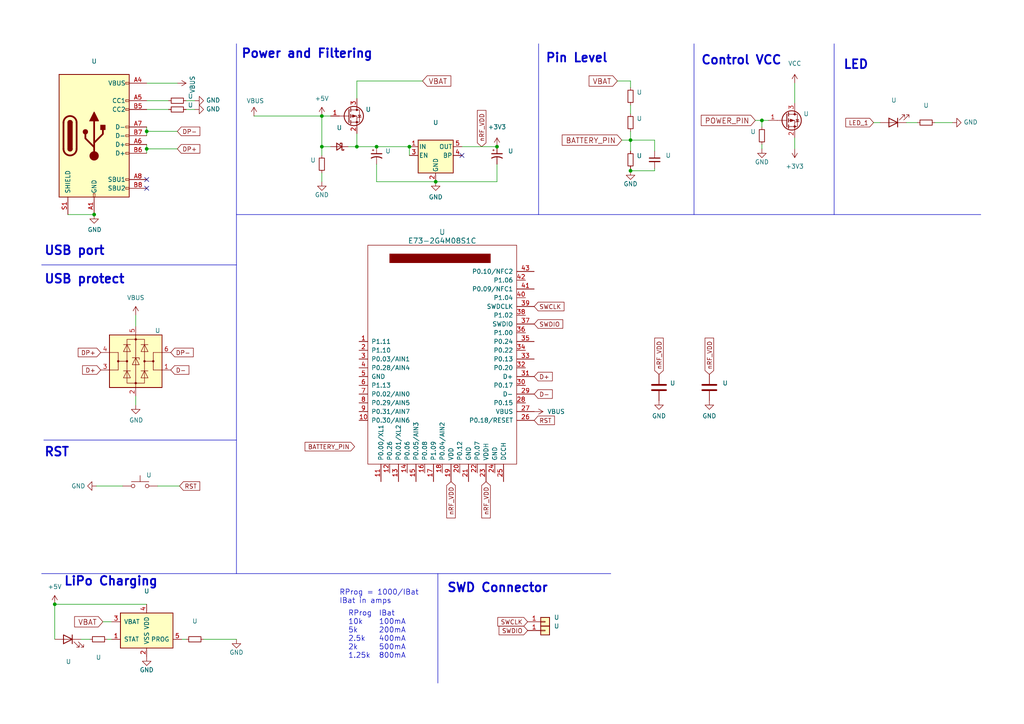
<source format=kicad_sch>
(kicad_sch (version 20220622) (generator eeschema)
  (paper "A4")
  (lib_symbols
    (symbol "Battery_Management:MCP73831-3-OT" (pin_names (offset 1.016))
      (property "Reference" "U" (at -7.62 6.35 0))
      (property "Value" "MCP73831-3-OT" (at 1.27 6.35 0))
      (symbol "MCP73831-3-OT_0_1"
        (rectangle (start -7.62 5.08) (end 7.62 -5.08) (stroke (width 0.254)) (fill (type background)))
      )
      (symbol "MCP73831-3-OT_1_1"
        (pin output line (at 10.16 -2.54 180) (length 2.54) (name "STAT") (number "1"))
        (pin power_in line (at 0 -7.62 90) (length 2.54) (name "VSS") (number "2"))
        (pin power_out line (at 10.16 2.54 180) (length 2.54) (name "VBAT") (number "3"))
        (pin power_in line (at 0 7.62 270) (length 2.54) (name "VDD") (number "4"))
        (pin input line (at -10.16 -2.54 0) (length 2.54) (name "PROG") (number "5"))
      )
    )
    (symbol "Connector:USB_C_Receptacle_USB2.0" (pin_names (offset 1.016))
      (property "Reference" "J" (at -10.16 19.05 0))
      (property "Value" "USB_C_Receptacle_USB2.0" (at 19.05 19.05 0))
      (symbol "USB_C_Receptacle_USB2.0_0_0"
        (rectangle (start -0.254 -17.78) (end 0.254 -16.764))
        (rectangle (start 10.16 -14.986) (end 9.144 -15.494))
        (rectangle (start 10.16 -12.446) (end 9.144 -12.954))
        (rectangle (start 10.16 -4.826) (end 9.144 -5.334))
        (rectangle (start 10.16 -2.286) (end 9.144 -2.794))
        (rectangle (start 10.16 0.254) (end 9.144 -0.254))
        (rectangle (start 10.16 2.794) (end 9.144 2.286))
        (rectangle (start 10.16 7.874) (end 9.144 7.366))
        (rectangle (start 10.16 10.414) (end 9.144 9.906))
        (rectangle (start 10.16 15.494) (end 9.144 14.986))
      )
      (symbol "USB_C_Receptacle_USB2.0_0_1"
        (rectangle (start -10.16 17.78) (end 10.16 -17.78) (stroke (width 0.254)) (fill (type background)))
        (arc (start -8.89 -3.81) (mid -6.985 -5.715) (end -5.08 -3.81) (stroke (width 0.508)))
        (arc (start -7.62 -3.81) (mid -6.985 -4.445) (end -6.35 -3.81) (stroke (width 0.254)))
        (arc (start -7.62 -3.81) (mid -6.985 -4.445) (end -6.35 -3.81) (stroke (width 0.254)) (fill (type outline)))
        (rectangle (start -7.62 -3.81) (end -6.35 3.81) (stroke (width 0.254)) (fill (type outline)))
        (arc (start -6.35 3.81) (mid -6.985 4.445) (end -7.62 3.81) (stroke (width 0.254)))
        (arc (start -6.35 3.81) (mid -6.985 4.445) (end -7.62 3.81) (stroke (width 0.254)) (fill (type outline)))
        (arc (start -5.08 3.81) (mid -6.985 5.715) (end -8.89 3.81) (stroke (width 0.508)))
        (circle (center -2.54 1.143) (radius 0.635) (stroke (width 0.254)) (fill (type outline)))
        (circle (center 0 -5.842) (radius 1.27) (fill (type outline)))
        (polyline (pts (xy -8.89 -3.81) (xy -8.89 3.81)) (stroke (width 0.508)))
        (polyline (pts (xy -5.08 3.81) (xy -5.08 -3.81)) (stroke (width 0.508)))
        (polyline (pts (xy 0 -5.842) (xy 0 4.318)) (stroke (width 0.508)))
        (polyline (pts (xy 0 -3.302) (xy -2.54 -0.762) (xy -2.54 0.508)) (stroke (width 0.508)))
        (polyline (pts (xy 0 -2.032) (xy 2.54 0.508) (xy 2.54 1.778)) (stroke (width 0.508)))
        (polyline (pts (xy -1.27 4.318) (xy 0 6.858) (xy 1.27 4.318) (xy -1.27 4.318)) (stroke (width 0.254)) (fill (type outline)))
        (rectangle (start 1.905 1.778) (end 3.175 3.048) (stroke (width 0.254)) (fill (type outline)))
      )
      (symbol "USB_C_Receptacle_USB2.0_1_1"
        (pin passive line (at 0 -22.86 90) (length 5.08) (name "GND") (number "A1"))
        (pin passive line (at 0 -22.86 90) (length 5.08) hide (name "GND") (number "A12"))
        (pin passive line (at 15.24 15.24 180) (length 5.08) (name "VBUS") (number "A4"))
        (pin bidirectional line (at 15.24 10.16 180) (length 5.08) (name "CC1") (number "A5"))
        (pin bidirectional line (at 15.24 -2.54 180) (length 5.08) (name "D+") (number "A6"))
        (pin bidirectional line (at 15.24 2.54 180) (length 5.08) (name "D-") (number "A7"))
        (pin bidirectional line (at 15.24 -12.7 180) (length 5.08) (name "SBU1") (number "A8"))
        (pin passive line (at 15.24 15.24 180) (length 5.08) hide (name "VBUS") (number "A9"))
        (pin passive line (at 0 -22.86 90) (length 5.08) hide (name "GND") (number "B1"))
        (pin passive line (at 0 -22.86 90) (length 5.08) hide (name "GND") (number "B12"))
        (pin passive line (at 15.24 15.24 180) (length 5.08) hide (name "VBUS") (number "B4"))
        (pin bidirectional line (at 15.24 7.62 180) (length 5.08) (name "CC2") (number "B5"))
        (pin bidirectional line (at 15.24 -5.08 180) (length 5.08) (name "D+") (number "B6"))
        (pin bidirectional line (at 15.24 0 180) (length 5.08) (name "D-") (number "B7"))
        (pin bidirectional line (at 15.24 -15.24 180) (length 5.08) (name "SBU2") (number "B8"))
        (pin passive line (at 15.24 15.24 180) (length 5.08) hide (name "VBUS") (number "B9"))
        (pin passive line (at -7.62 -22.86 90) (length 5.08) (name "SHIELD") (number "S1"))
      )
    )
    (symbol "Connector_Generic:Conn_01x01" (pin_names (offset 1.016) hide)
      (property "Reference" "J" (at 0 2.54 0))
      (property "Value" "Conn_01x01" (at 0 -2.54 0))
      (symbol "Conn_01x01_1_1"
        (rectangle (start -1.27 0.127) (end 0 -0.127) (stroke (width 0.1524)))
        (rectangle (start -1.27 1.27) (end 1.27 -1.27) (stroke (width 0.254)) (fill (type background)))
        (pin passive line (at -5.08 0 0) (length 3.81) (name "Pin_1") (number "1"))
      )
    )
    (symbol "Device:C" (pin_numbers hide) (pin_names (offset 0.254))
      (property "Reference" "C" (at 0.635 2.54 0))
      (property "Value" "C" (at 0.635 -2.54 0))
      (symbol "C_0_1"
        (polyline (pts (xy -2.032 -0.762) (xy 2.032 -0.762)) (stroke (width 0.508)))
        (polyline (pts (xy -2.032 0.762) (xy 2.032 0.762)) (stroke (width 0.508)))
      )
      (symbol "C_1_1"
        (pin passive line (at 0 3.81 270) (length 2.794) (name "~") (number "1"))
        (pin passive line (at 0 -3.81 90) (length 2.794) (name "~") (number "2"))
      )
    )
    (symbol "Device:C_Polarized_Small_US" (pin_numbers hide) (pin_names (offset 0.254) hide)
      (property "Reference" "C" (at 0.254 1.778 0))
      (property "Value" "C_Polarized_Small_US" (at 0.254 -2.032 0))
      (symbol "C_Polarized_Small_US_0_1"
        (polyline (pts (xy -1.524 0.508) (xy 1.524 0.508)) (stroke (width 0.3048)))
        (polyline (pts (xy -1.27 1.524) (xy -0.762 1.524)))
        (polyline (pts (xy -1.016 1.27) (xy -1.016 1.778)))
        (arc (start 1.524 -0.762) (mid 0 -0.3734) (end -1.524 -0.762) (stroke (width 0.3048)))
      )
      (symbol "C_Polarized_Small_US_1_1"
        (pin passive line (at 0 2.54 270) (length 2.032) (name "~") (number "1"))
        (pin passive line (at 0 -2.54 90) (length 2.032) (name "~") (number "2"))
      )
    )
    (symbol "Device:C_Small" (pin_numbers hide) (pin_names (offset 0.254) hide)
      (property "Reference" "C" (at 0.254 1.778 0))
      (property "Value" "C_Small" (at 0.254 -2.032 0))
      (symbol "C_Small_0_1"
        (polyline (pts (xy -1.524 -0.508) (xy 1.524 -0.508)) (stroke (width 0.3302)))
        (polyline (pts (xy -1.524 0.508) (xy 1.524 0.508)) (stroke (width 0.3048)))
      )
      (symbol "C_Small_1_1"
        (pin passive line (at 0 2.54 270) (length 2.032) (name "~") (number "1"))
        (pin passive line (at 0 -2.54 90) (length 2.032) (name "~") (number "2"))
      )
    )
    (symbol "Device:D_Schottky_Small" (pin_numbers hide) (pin_names (offset 0.254) hide)
      (property "Reference" "D" (at -1.27 2.032 0))
      (property "Value" "D_Schottky_Small" (at -7.112 -2.032 0))
      (symbol "D_Schottky_Small_0_1"
        (polyline (pts (xy -0.762 0) (xy 0.762 0)))
        (polyline (pts (xy 0.762 -1.016) (xy -0.762 0) (xy 0.762 1.016) (xy 0.762 -1.016)) (stroke (width 0.254)))
        (polyline (pts (xy -1.27 0.762) (xy -1.27 1.016) (xy -0.762 1.016) (xy -0.762 -1.016) (xy -0.254 -1.016) (xy -0.254 -0.762)) (stroke (width 0.254)))
      )
      (symbol "D_Schottky_Small_1_1"
        (pin passive line (at -2.54 0 0) (length 1.778) (name "K") (number "1"))
        (pin passive line (at 2.54 0 180) (length 1.778) (name "A") (number "2"))
      )
    )
    (symbol "Device:LED" (pin_numbers hide) (pin_names (offset 1.016) hide)
      (property "Reference" "D" (at 0 2.54 0))
      (property "Value" "LED" (at 0 -2.54 0))
      (symbol "LED_0_1"
        (polyline (pts (xy -1.27 -1.27) (xy -1.27 1.27)) (stroke (width 0.254)))
        (polyline (pts (xy -1.27 0) (xy 1.27 0)))
        (polyline (pts (xy 1.27 -1.27) (xy 1.27 1.27) (xy -1.27 0) (xy 1.27 -1.27)) (stroke (width 0.254)))
        (polyline (pts (xy -3.048 -0.762) (xy -4.572 -2.286) (xy -3.81 -2.286) (xy -4.572 -2.286) (xy -4.572 -1.524)))
        (polyline (pts (xy -1.778 -0.762) (xy -3.302 -2.286) (xy -2.54 -2.286) (xy -3.302 -2.286) (xy -3.302 -1.524)))
      )
      (symbol "LED_1_1"
        (pin passive line (at -3.81 0 0) (length 2.54) (name "K") (number "1"))
        (pin passive line (at 3.81 0 180) (length 2.54) (name "A") (number "2"))
      )
    )
    (symbol "Device:Q_PMOS_GSD" (pin_names (offset 0) hide)
      (property "Reference" "Q" (at 5.08 1.27 0))
      (property "Value" "Q_PMOS_GSD" (at 5.08 -1.27 0))
      (symbol "Q_PMOS_GSD_0_1"
        (polyline (pts (xy 0.254 0) (xy -2.54 0)))
        (polyline (pts (xy 0.254 1.905) (xy 0.254 -1.905)) (stroke (width 0.254)))
        (polyline (pts (xy 0.762 -1.27) (xy 0.762 -2.286)) (stroke (width 0.254)))
        (polyline (pts (xy 0.762 0.508) (xy 0.762 -0.508)) (stroke (width 0.254)))
        (polyline (pts (xy 0.762 2.286) (xy 0.762 1.27)) (stroke (width 0.254)))
        (polyline (pts (xy 2.54 2.54) (xy 2.54 1.778)))
        (polyline (pts (xy 2.54 -2.54) (xy 2.54 0) (xy 0.762 0)))
        (polyline (pts (xy 0.762 1.778) (xy 3.302 1.778) (xy 3.302 -1.778) (xy 0.762 -1.778)))
        (polyline (pts (xy 2.286 0) (xy 1.27 0.381) (xy 1.27 -0.381) (xy 2.286 0)) (fill (type outline)))
        (polyline (pts (xy 2.794 -0.508) (xy 2.921 -0.381) (xy 3.683 -0.381) (xy 3.81 -0.254)))
        (polyline (pts (xy 3.302 -0.381) (xy 2.921 0.254) (xy 3.683 0.254) (xy 3.302 -0.381)))
        (circle (center 1.651 0) (radius 2.794) (stroke (width 0.254)))
        (circle (center 2.54 -1.778) (radius 0.254) (fill (type outline)))
        (circle (center 2.54 1.778) (radius 0.254) (fill (type outline)))
      )
      (symbol "Q_PMOS_GSD_1_1"
        (pin input line (at -5.08 0 0) (length 2.54) (name "G") (number "1"))
        (pin passive line (at 2.54 -5.08 90) (length 2.54) (name "S") (number "2"))
        (pin passive line (at 2.54 5.08 270) (length 2.54) (name "D") (number "3"))
      )
    )
    (symbol "Device:R_Small" (pin_numbers hide) (pin_names (offset 0.254) hide)
      (property "Reference" "R" (at 0.762 0.508 0))
      (property "Value" "R_Small" (at 0.762 -1.016 0))
      (symbol "R_Small_0_1"
        (rectangle (start -0.762 1.778) (end 0.762 -1.778) (stroke (width 0.2032)))
      )
      (symbol "R_Small_1_1"
        (pin passive line (at 0 2.54 270) (length 0.762) (name "~") (number "1"))
        (pin passive line (at 0 -2.54 90) (length 0.762) (name "~") (number "2"))
      )
    )
    (symbol "Power_Protection:USBLC6-2SC6" (pin_names hide)
      (property "Reference" "U" (at 2.54 8.89 0))
      (property "Value" "USBLC6-2SC6" (at 2.54 -8.89 0))
      (symbol "USBLC6-2SC6_0_1"
        (rectangle (start -7.62 -7.62) (end 7.62 7.62) (stroke (width 0.254)) (fill (type background)))
        (circle (center -5.08 0) (radius 0.254) (fill (type outline)))
        (circle (center -2.54 0) (radius 0.254) (fill (type outline)))
        (rectangle (start -2.54 6.35) (end 2.54 -6.35))
        (circle (center 0 -6.35) (radius 0.254) (fill (type outline)))
        (polyline (pts (xy -5.08 -2.54) (xy -7.62 -2.54)))
        (polyline (pts (xy -5.08 0) (xy -5.08 -2.54)))
        (polyline (pts (xy -5.08 2.54) (xy -7.62 2.54)))
        (polyline (pts (xy -1.524 -2.794) (xy -3.556 -2.794)))
        (polyline (pts (xy -1.524 4.826) (xy -3.556 4.826)))
        (polyline (pts (xy 0 -7.62) (xy 0 -6.35)))
        (polyline (pts (xy 0 -6.35) (xy 0 1.27)))
        (polyline (pts (xy 0 1.27) (xy 0 6.35)))
        (polyline (pts (xy 0 6.35) (xy 0 7.62)))
        (polyline (pts (xy 1.524 -2.794) (xy 3.556 -2.794)))
        (polyline (pts (xy 1.524 4.826) (xy 3.556 4.826)))
        (polyline (pts (xy 5.08 -2.54) (xy 7.62 -2.54)))
        (polyline (pts (xy 5.08 0) (xy 5.08 -2.54)))
        (polyline (pts (xy 5.08 2.54) (xy 7.62 2.54)))
        (polyline (pts (xy -2.54 0) (xy -5.08 0) (xy -5.08 2.54)))
        (polyline (pts (xy 2.54 0) (xy 5.08 0) (xy 5.08 2.54)))
        (polyline (pts (xy -3.556 -4.826) (xy -1.524 -4.826) (xy -2.54 -2.794) (xy -3.556 -4.826)))
        (polyline (pts (xy -3.556 2.794) (xy -1.524 2.794) (xy -2.54 4.826) (xy -3.556 2.794)))
        (polyline (pts (xy -1.016 -1.016) (xy 1.016 -1.016) (xy 0 1.016) (xy -1.016 -1.016)))
        (polyline (pts (xy 1.016 1.016) (xy 0.762 1.016) (xy -1.016 1.016) (xy -1.016 0.508)))
        (polyline (pts (xy 3.556 -4.826) (xy 1.524 -4.826) (xy 2.54 -2.794) (xy 3.556 -4.826)))
        (polyline (pts (xy 3.556 2.794) (xy 1.524 2.794) (xy 2.54 4.826) (xy 3.556 2.794)))
        (circle (center 0 6.35) (radius 0.254) (fill (type outline)))
        (circle (center 2.54 0) (radius 0.254) (fill (type outline)))
        (circle (center 5.08 0) (radius 0.254) (fill (type outline)))
      )
      (symbol "USBLC6-2SC6_1_1"
        (pin passive line (at -10.16 -2.54 0) (length 2.54) (name "I/O1") (number "1"))
        (pin passive line (at 0 -10.16 90) (length 2.54) (name "GND") (number "2"))
        (pin passive line (at 10.16 -2.54 180) (length 2.54) (name "I/O2") (number "3"))
        (pin passive line (at 10.16 2.54 180) (length 2.54) (name "I/O2") (number "4"))
        (pin passive line (at 0 10.16 270) (length 2.54) (name "VBUS") (number "5"))
        (pin passive line (at -10.16 2.54 0) (length 2.54) (name "I/O1") (number "6"))
      )
    )
    (symbol "Regulator_Linear:MIC5219-3.3YM5" (pin_names (offset 0.254))
      (property "Reference" "U" (at -3.81 5.715 0))
      (property "Value" "MIC5219-3.3YM5" (at 0 5.715 0))
      (symbol "MIC5219-3.3YM5_0_1"
        (rectangle (start -5.08 4.445) (end 5.08 -5.08) (stroke (width 0.254)) (fill (type background)))
      )
      (symbol "MIC5219-3.3YM5_1_1"
        (pin power_in line (at -7.62 2.54 0) (length 2.54) (name "IN") (number "1"))
        (pin power_in line (at 0 -7.62 90) (length 2.54) (name "GND") (number "2"))
        (pin input line (at -7.62 0 0) (length 2.54) (name "EN") (number "3"))
        (pin input line (at 7.62 0 180) (length 2.54) (name "BP") (number "4"))
        (pin power_out line (at 7.62 2.54 180) (length 2.54) (name "OUT") (number "5"))
      )
    )
    (symbol "Switch:SW_Push" (pin_numbers hide) (pin_names (offset 1.016) hide)
      (property "Reference" "SW" (at 1.27 2.54 0))
      (property "Value" "SW_Push" (at 0 -1.524 0))
      (symbol "SW_Push_0_1"
        (circle (center -2.032 0) (radius 0.508))
        (polyline (pts (xy 0 1.27) (xy 0 3.048)))
        (polyline (pts (xy 2.54 1.27) (xy -2.54 1.27)))
        (circle (center 2.032 0) (radius 0.508))
        (pin passive line (at -5.08 0 0) (length 2.54) (name "1") (number "1"))
        (pin passive line (at 5.08 0 180) (length 2.54) (name "2") (number "2"))
      )
    )
    (symbol "keeb_parts:R_Small" (pin_numbers hide) (pin_names (offset 0.254) hide)
      (property "Reference" "R" (at 0.762 0.508 0))
      (property "Value" "keeb_parts_R_Small" (at 0.762 -1.016 0))
      (symbol "R_Small_0_1"
        (rectangle (start -0.762 1.778) (end 0.762 -1.778) (stroke (width 0.2032)))
      )
      (symbol "R_Small_1_1"
        (pin passive line (at 0 2.54 270) (length 0.762) (name "~") (number "1"))
        (pin passive line (at 0 -2.54 90) (length 0.762) (name "~") (number "2"))
      )
    )
    (symbol "keeb_power:GND" (power) (pin_names (offset 0))
      (property "Value" "keeb_power_GND" (at 0 -3.81 0))
      (symbol "GND_0_1"
        (polyline (pts (xy 0 0) (xy 0 -1.27) (xy 1.27 -1.27) (xy 0 -2.54) (xy -1.27 -1.27) (xy 0 -1.27)))
      )
      (symbol "GND_1_1"
        (pin power_in line (at 0 0 270) (length 0) hide (name "GND") (number "1"))
      )
    )
    (symbol "keeb_power:VBUS" (power) (pin_names (offset 0))
      (property "Value" "keeb_power_VBUS" (at 0 3.81 0))
      (symbol "VBUS_0_1"
        (polyline (pts (xy -0.762 1.27) (xy 0 2.54)))
        (polyline (pts (xy 0 0) (xy 0 2.54)))
        (polyline (pts (xy 0 2.54) (xy 0.762 1.27)))
      )
      (symbol "VBUS_1_1"
        (pin power_in line (at 0 0 90) (length 0) hide (name "VBUS") (number "1"))
      )
    )
    (symbol "kien242:E73-2G4M08S1C" (pin_names (offset 1.016))
      (property "Reference" "U" (at 0 15.24 0))
      (property "Value" "E73-2G4M08S1C" (at -1.27 17.78 0))
      (symbol "E73-2G4M08S1C_0_1"
        (rectangle (start -15.24 30.48) (end 13.97 27.94) (fill (type outline)))
        (rectangle (start 21.59 -30.48) (end -21.59 33.02))
      )
      (symbol "E73-2G4M08S1C_1_1"
        (pin input line (at -24.13 5.08 0) (length 2.54) (name "P1.11") (number "1"))
        (pin input line (at -24.13 -17.78 0) (length 2.54) (name "P0.30/AIN6") (number "10"))
        (pin input line (at -17.78 -35.56 90) (length 5.08) (name "P0.00/XL1") (number "11"))
        (pin input line (at -15.24 -33.02 90) (length 2.54) (name "P0.26") (number "12"))
        (pin input line (at -12.7 -35.56 90) (length 5.08) (name "P0.01/XL2") (number "13"))
        (pin input line (at -10.16 -33.02 90) (length 2.54) (name "P0.06") (number "14"))
        (pin input line (at -7.62 -35.56 90) (length 5.08) (name "P0.05/AIN3") (number "15"))
        (pin input line (at -5.08 -33.02 90) (length 2.54) (name "P0.08") (number "16"))
        (pin input line (at -2.54 -35.56 90) (length 5.08) (name "P1.09") (number "17"))
        (pin input line (at 0 -33.02 90) (length 2.54) (name "P0.04/AIN2") (number "18"))
        (pin input line (at 2.54 -35.56 90) (length 5.08) (name "VDD") (number "19"))
        (pin input line (at -24.13 2.54 0) (length 2.54) (name "P1.10") (number "2"))
        (pin input line (at 5.08 -33.02 90) (length 2.54) (name "P0.12") (number "20"))
        (pin input line (at 7.62 -35.56 90) (length 5.08) (name "GND") (number "21"))
        (pin input line (at 10.16 -33.02 90) (length 2.54) (name "P0.07") (number "22"))
        (pin input line (at 12.7 -35.56 90) (length 5.08) (name "VDDH") (number "23"))
        (pin input line (at 15.24 -33.02 90) (length 2.54) (name "GND") (number "24"))
        (pin input line (at 17.78 -35.56 90) (length 5.08) (name "DCCH") (number "25"))
        (pin input line (at 26.67 -17.78 180) (length 5.08) (name "P0.18/RESET") (number "26"))
        (pin input line (at 26.67 -15.24 180) (length 5.08) (name "VBUS") (number "27"))
        (pin input line (at 24.13 -12.7 180) (length 2.54) (name "P0.15") (number "28"))
        (pin input line (at 26.67 -10.16 180) (length 5.08) (name "D-") (number "29"))
        (pin input line (at -24.13 0 0) (length 2.54) (name "P0.03/AIN1") (number "3"))
        (pin input line (at 24.13 -7.62 180) (length 2.54) (name "P0.17") (number "30"))
        (pin input line (at 26.67 -5.08 180) (length 5.08) (name "D+") (number "31"))
        (pin input line (at 24.13 -2.54 180) (length 2.54) (name "P0.20") (number "32"))
        (pin input line (at 26.67 0 180) (length 5.08) (name "P0.13") (number "33"))
        (pin input line (at 24.13 2.54 180) (length 2.54) (name "P0.22") (number "34"))
        (pin input line (at 26.67 5.08 180) (length 5.08) (name "P0.24") (number "35"))
        (pin input line (at 24.13 7.62 180) (length 2.54) (name "P1.00") (number "36"))
        (pin input line (at 26.67 10.16 180) (length 5.08) (name "SWDIO") (number "37"))
        (pin input line (at 24.13 12.7 180) (length 2.54) (name "P1.02") (number "38"))
        (pin input line (at 26.67 15.24 180) (length 5.08) (name "SWDCLK") (number "39"))
        (pin input line (at -24.13 -2.54 0) (length 2.54) (name "P0.28/AIN4") (number "4"))
        (pin input line (at 24.13 17.78 180) (length 2.54) (name "P1.04") (number "40"))
        (pin input line (at 26.67 20.32 180) (length 5.08) (name "P0.09/NFC1") (number "41"))
        (pin input line (at 24.13 22.86 180) (length 2.54) (name "P1.06") (number "42"))
        (pin input line (at 26.67 25.4 180) (length 5.08) (name "P0.10/NFC2") (number "43"))
        (pin input line (at -24.13 -5.08 0) (length 2.54) (name "GND") (number "5"))
        (pin input line (at -24.13 -7.62 0) (length 2.54) (name "P1.13") (number "6"))
        (pin input line (at -24.13 -10.16 0) (length 2.54) (name "P0.02/AIN0") (number "7"))
        (pin input line (at -24.13 -12.7 0) (length 2.54) (name "P0.29/AIN5") (number "8"))
        (pin input line (at -24.13 -15.24 0) (length 2.54) (name "P0.31/AIN7") (number "9"))
      )
    )
    (symbol "power:+3.3V" (power) (pin_names (offset 0))
      (property "Value" "+3.3V" (at 0 3.556 0))
      (symbol "+3.3V_0_1"
        (polyline (pts (xy -0.762 1.27) (xy 0 2.54)))
        (polyline (pts (xy 0 0) (xy 0 2.54)))
        (polyline (pts (xy 0 2.54) (xy 0.762 1.27)))
      )
      (symbol "+3.3V_1_1"
        (pin power_in line (at 0 0 90) (length 0) hide (name "+3V3") (number "1"))
      )
    )
    (symbol "power:+5V" (power) (pin_names (offset 0))
      (property "Value" "+5V" (at 0 3.556 0))
      (symbol "+5V_0_1"
        (polyline (pts (xy -0.762 1.27) (xy 0 2.54)))
        (polyline (pts (xy 0 0) (xy 0 2.54)))
        (polyline (pts (xy 0 2.54) (xy 0.762 1.27)))
      )
      (symbol "+5V_1_1"
        (pin power_in line (at 0 0 90) (length 0) hide (name "+5V") (number "1"))
      )
    )
    (symbol "power:GND" (power) (pin_names (offset 0))
      (property "Value" "GND" (at 0 -3.81 0))
      (symbol "GND_0_1"
        (polyline (pts (xy 0 0) (xy 0 -1.27) (xy 1.27 -1.27) (xy 0 -2.54) (xy -1.27 -1.27) (xy 0 -1.27)))
      )
      (symbol "GND_1_1"
        (pin power_in line (at 0 0 270) (length 0) hide (name "GND") (number "1"))
      )
    )
    (symbol "power:VBUS" (power) (pin_names (offset 0))
      (property "Value" "VBUS" (at 0 3.81 0))
      (symbol "VBUS_0_1"
        (polyline (pts (xy -0.762 1.27) (xy 0 2.54)))
        (polyline (pts (xy 0 0) (xy 0 2.54)))
        (polyline (pts (xy 0 2.54) (xy 0.762 1.27)))
      )
      (symbol "VBUS_1_1"
        (pin power_in line (at 0 0 90) (length 0) hide (name "VBUS") (number "1"))
      )
    )
    (symbol "power:VCC" (power) (pin_names (offset 0))
      (property "Value" "VCC" (at 0 3.81 0))
      (symbol "VCC_0_1"
        (polyline (pts (xy -0.762 1.27) (xy 0 2.54)))
        (polyline (pts (xy 0 0) (xy 0 2.54)))
        (polyline (pts (xy 0 2.54) (xy 0.762 1.27)))
      )
      (symbol "VCC_1_1"
        (pin power_in line (at 0 0 90) (length 0) hide (name "VCC") (number "1"))
      )
    )
  )
  (junction (at 118.745 42.545))
  (junction (at 126.365 52.705))
  (junction (at 42.545 38.1))
  (junction (at 93.345 33.655) (diameter 0.9144))
  (junction (at 93.345 42.545) (diameter 0.9144))
  (junction (at 109.22 42.545))
  (junction (at 182.88 49.53))
  (junction (at 103.505 42.545) (diameter 0.9144))
  (junction (at 27.305 62.23))
  (junction (at 220.98 34.925) (diameter 0.9144))
  (junction (at 15.875 175.26) (diameter 0.9144))
  (junction (at 144.145 42.545))
  (junction (at 42.545 43.18))
  (junction (at 182.88 40.64) (diameter 0.9144))
  (no_connect (at 42.545 54.61))
  (no_connect (at 133.985 45.085))
  (no_connect (at 42.545 52.07))
  (polyline (pts (xy 12.065 76.835) (xy 68.58 76.835)))
  (wire (pts (xy 27.94 140.97) (xy 35.56 140.97)))
  (wire (pts (xy 180.34 40.64) (xy 182.88 40.64)))
  (wire (pts (xy 189.865 40.64) (xy 189.865 43.815)))
  (wire (pts (xy 103.505 23.495) (xy 122.555 23.495)))
  (wire (pts (xy 118.745 42.545) (xy 118.745 45.085)))
  (wire (pts (xy 220.98 34.925) (xy 222.885 34.925)))
  (wire (pts (xy 39.37 91.44) (xy 39.37 94.615)))
  (wire (pts (xy 93.345 42.545) (xy 93.345 33.655)))
  (wire (pts (xy 53.975 29.21) (xy 56.515 29.21)))
  (wire (pts (xy 29.845 180.34) (xy 32.385 180.34)))
  (wire (pts (xy 51.435 24.13) (xy 42.545 24.13)))
  (wire (pts (xy 182.88 38.1) (xy 182.88 40.64)))
  (polyline (pts (xy 68.58 12.7) (xy 68.58 166.37)))
  (wire (pts (xy 42.545 31.75) (xy 48.895 31.75)))
  (polyline (pts (xy 241.935 12.7) (xy 241.935 62.23)))
  (wire (pts (xy 15.875 175.26) (xy 15.875 185.42)))
  (polyline (pts (xy 12.7 127.635) (xy 68.58 127.635)))
  (wire (pts (xy 133.985 42.545) (xy 144.145 42.545)))
  (wire (pts (xy 42.545 36.83) (xy 42.545 38.1)))
  (wire (pts (xy 144.145 47.625) (xy 144.145 52.705)))
  (wire (pts (xy 182.88 49.53) (xy 189.865 49.53)))
  (wire (pts (xy 42.545 29.21) (xy 48.895 29.21)))
  (wire (pts (xy 52.705 185.42) (xy 53.975 185.42)))
  (wire (pts (xy 100.965 42.545) (xy 103.505 42.545)))
  (wire (pts (xy 189.865 49.53) (xy 189.865 48.895)))
  (wire (pts (xy 73.66 33.655) (xy 93.345 33.655)))
  (wire (pts (xy 103.505 38.735) (xy 103.505 42.545)))
  (wire (pts (xy 253.365 35.56) (xy 255.27 35.56)))
  (wire (pts (xy 109.22 42.545) (xy 118.745 42.545)))
  (wire (pts (xy 23.495 185.42) (xy 26.035 185.42)))
  (wire (pts (xy 39.37 117.475) (xy 39.37 114.935)))
  (wire (pts (xy 182.88 40.64) (xy 189.865 40.64)))
  (wire (pts (xy 42.545 43.18) (xy 42.545 44.45)))
  (wire (pts (xy 59.055 185.42) (xy 68.58 185.42)))
  (wire (pts (xy 220.98 36.83) (xy 220.98 34.925)))
  (wire (pts (xy 230.505 24.13) (xy 230.505 29.845)))
  (wire (pts (xy 262.89 35.56) (xy 266.065 35.56)))
  (wire (pts (xy 93.345 42.545) (xy 95.885 42.545)))
  (wire (pts (xy 42.545 38.1) (xy 42.545 39.37)))
  (wire (pts (xy 220.98 43.18) (xy 220.98 41.91)))
  (wire (pts (xy 230.505 43.18) (xy 230.505 40.005)))
  (polyline (pts (xy 201.295 12.7) (xy 201.295 62.23)))
  (polyline (pts (xy 12.065 166.37) (xy 177.165 166.37)))
  (wire (pts (xy 56.515 31.75) (xy 53.975 31.75)))
  (wire (pts (xy 93.345 33.655) (xy 95.885 33.655)))
  (polyline (pts (xy 68.58 62.23) (xy 284.48 62.23)))
  (wire (pts (xy 182.88 30.48) (xy 182.88 33.02)))
  (wire (pts (xy 271.145 35.56) (xy 276.225 35.56)))
  (wire (pts (xy 182.88 23.495) (xy 182.88 25.4)))
  (wire (pts (xy 31.115 185.42) (xy 32.385 185.42)))
  (wire (pts (xy 179.07 23.495) (xy 182.88 23.495)))
  (polyline (pts (xy 127 166.37) (xy 127 198.12)))
  (wire (pts (xy 42.545 41.91) (xy 42.545 43.18)))
  (wire (pts (xy 109.22 47.625) (xy 109.22 52.705)))
  (polyline (pts (xy 156.21 12.7) (xy 156.21 62.23)))
  (wire (pts (xy 93.345 52.705) (xy 93.345 50.165)))
  (wire (pts (xy 42.545 43.18) (xy 51.435 43.18)))
  (wire (pts (xy 52.07 140.97) (xy 45.72 140.97)))
  (wire (pts (xy 51.435 38.1) (xy 42.545 38.1)))
  (wire (pts (xy 182.88 40.64) (xy 182.88 43.815)))
  (wire (pts (xy 103.505 42.545) (xy 109.22 42.545)))
  (wire (pts (xy 144.145 52.705) (xy 126.365 52.705)))
  (wire (pts (xy 182.88 49.53) (xy 182.88 48.895)))
  (wire (pts (xy 109.22 52.705) (xy 126.365 52.705)))
  (wire (pts (xy 103.505 23.495) (xy 103.505 28.575)))
  (wire (pts (xy 219.075 34.925) (xy 220.98 34.925)))
  (wire (pts (xy 15.875 175.26) (xy 42.545 175.26)))
  (wire (pts (xy 93.345 45.085) (xy 93.345 42.545)))
  (wire (pts (xy 19.685 62.23) (xy 27.305 62.23)))
  (text "RProg = 1000/IBat\nIBat in amps" (at 98.425 175.26 0) (effects (font (size 1.524 1.524)) (justify left bottom)))
  (text "Control VCC\n" (at 203.2 19.05 0) (effects (font (size 2.54 2.54) (thickness 0.508) bold) (justify left bottom)))
  (text "IBat\n100mA\n200mA\n400mA\n500mA\n800mA" (at 109.855 191.135 0) (effects (font (size 1.524 1.524)) (justify left bottom)))
  (text "SWD Connector" (at 129.54 172.085 0) (effects (font (size 2.54 2.54) (thickness 0.508) bold) (justify left bottom)))
  (text "RProg\n10k\n5k\n2.5k\n2k\n1.25k" (at 100.965 191.135 0) (effects (font (size 1.524 1.524)) (justify left bottom)))
  (text "USB protect\n" (at 12.7 82.55 0) (effects (font (size 2.54 2.54) (thickness 0.508) bold) (justify left bottom)))
  (text "LED \n" (at 244.475 20.32 0) (effects (font (size 2.54 2.54) (thickness 0.508) bold) (justify left bottom)))
  (text "Power and Filtering" (at 69.85 17.145 0) (effects (font (size 2.54 2.54) (thickness 0.508) bold) (justify left bottom)))
  (text "LiPo Charging\n" (at 18.415 170.18 0) (effects (font (size 2.54 2.54) (thickness 0.508) bold) (justify left bottom)))
  (text "RST" (at 12.7 132.715 0) (effects (font (size 2.54 2.54) (thickness 0.508) bold) (justify left bottom)))
  (text "USB port\n" (at 12.7 74.295 0) (effects (font (size 2.54 2.54) (thickness 0.508) bold) (justify left bottom)))
  (text "Pin Level" (at 158.115 18.415 0) (effects (font (size 2.54 2.54) (thickness 0.508) bold) (justify left bottom)))
  (global_label "DP-" (shape input) (at 49.53 102.235 0) (property "Intersheet References" "${INTERSHEET_REFS}" (effects hide)))
  (global_label "SWCLK" (shape input) (at 153.035 180.34 180) (property "Intersheet References" "${INTERSHEET_REFS}" (effects hide)))
  (global_label "nRF_VDD" (shape input) (at 191.135 108.585 90) (property "Intersheet References" "${INTERSHEET_REFS}" (effects hide)))
  (global_label "D-" (shape input) (at 49.53 107.315 0) (property "Intersheet References" "${INTERSHEET_REFS}" (effects hide)))
  (global_label "SWDIO" (shape input) (at 153.035 182.88 180) (property "Intersheet References" "${INTERSHEET_REFS}" (effects hide)))
  (global_label "D-" (shape input) (at 154.94 114.3 0) (property "Intersheet References" "${INTERSHEET_REFS}" (effects hide)))
  (global_label "VBAT" (shape input) (at 122.555 23.495 0) (effects (font (size 1.524 1.524))) (property "Intersheet References" "${INTERSHEET_REFS}" (effects hide)))
  (global_label "nRF_VDD" (shape input) (at 140.97 139.7 270) (property "Intersheet References" "${INTERSHEET_REFS}" (effects hide)))
  (global_label "nRF_VDD" (shape input) (at 139.7 42.545 90) (property "Intersheet References" "${INTERSHEET_REFS}" (effects hide)))
  (global_label "BATTERY_PIN" (shape input) (at 180.34 40.64 180) (effects (font (size 1.524 1.524))) (property "Intersheet References" "${INTERSHEET_REFS}" (effects hide)))
  (global_label "BATTERY_PIN" (shape input) (at 102.87 129.54 180) (property "Intersheet References" "${INTERSHEET_REFS}" (effects hide)))
  (global_label "VBAT" (shape input) (at 29.845 180.34 180) (effects (font (size 1.524 1.524))) (property "Intersheet References" "${INTERSHEET_REFS}" (effects hide)))
  (global_label "LED_1" (shape input) (at 253.365 35.56 180) (property "Intersheet References" "${INTERSHEET_REFS}" (effects hide)))
  (global_label "RST" (shape input) (at 52.07 140.97 0) (property "Intersheet References" "${INTERSHEET_REFS}" (effects hide)))
  (global_label "D+" (shape input) (at 29.21 107.315 180) (property "Intersheet References" "${INTERSHEET_REFS}" (effects hide)))
  (global_label "D+" (shape input) (at 154.94 109.22 0) (property "Intersheet References" "${INTERSHEET_REFS}" (effects hide)))
  (global_label "SWDIO" (shape input) (at 154.94 93.98 0) (property "Intersheet References" "${INTERSHEET_REFS}" (effects hide)))
  (global_label "nRF_VDD" (shape input) (at 205.74 108.585 90) (property "Intersheet References" "${INTERSHEET_REFS}" (effects hide)))
  (global_label "DP+" (shape input) (at 29.21 102.235 180) (property "Intersheet References" "${INTERSHEET_REFS}" (effects hide)))
  (global_label "RST" (shape input) (at 154.94 121.92 0) (property "Intersheet References" "${INTERSHEET_REFS}" (effects hide)))
  (global_label "DP+" (shape input) (at 51.435 43.18 0) (property "Intersheet References" "${INTERSHEET_REFS}" (effects hide)))
  (global_label "DP-" (shape input) (at 51.435 38.1 0) (property "Intersheet References" "${INTERSHEET_REFS}" (effects hide)))
  (global_label "SWCLK" (shape input) (at 154.94 88.9 0) (property "Intersheet References" "${INTERSHEET_REFS}" (effects hide)))
  (global_label "nRF_VDD" (shape input) (at 130.81 139.7 270) (property "Intersheet References" "${INTERSHEET_REFS}" (effects hide)))
  (global_label "VBAT" (shape input) (at 179.07 23.495 180) (effects (font (size 1.524 1.524))) (property "Intersheet References" "${INTERSHEET_REFS}" (effects hide)))
  (global_label "POWER_PIN" (shape input) (at 219.075 34.925 180) (effects (font (size 1.524 1.524))) (property "Intersheet References" "${INTERSHEET_REFS}" (effects hide)))
  (symbol (lib_id "power:GND") (at 126.365 52.705 0) (unit 1)
    (default_instance (reference "U") (unit 1) (value "") (footprint ""))
    (property "Reference" "U" (effects hide))
  )
  (symbol (lib_id "Connector:USB_C_Receptacle_USB2.0") (at 27.305 39.37 0) (unit 1)
    (default_instance (reference "U") (unit 1) (value "") (footprint ""))
    (property "Reference" "U" (at 27.305 17.78 0))
    (property "Datasheet" "https://www.usb.org/sites/default/files/documents/usb_type-c.zip" (effects hide))
  )
  (symbol (lib_id "power:+3.3V") (at 144.145 42.545 0) (unit 1)
    (default_instance (reference "U") (unit 1) (value "") (footprint ""))
    (property "Reference" "U" (effects hide))
  )
  (symbol (lib_id "Device:R_Small") (at 268.605 35.56 270) (unit 1)
    (default_instance (reference "U") (unit 1) (value "") (footprint ""))
    (property "Reference" "U" (at 268.605 30.5816 90))
    (property "LCSC Part Number" "C21190" (effects hide))
    (property "LCSC" "C21190" (effects hide))
  )
  (symbol (lib_id "keeb_power:GND") (at 27.305 62.23 0) (unit 1)
    (default_instance (reference "U") (unit 1) (value "") (footprint ""))
    (property "Reference" "U" (effects hide))
  )
  (symbol (lib_id "keeb_power:GND") (at 39.37 117.475 0) (unit 1)
    (default_instance (reference "U") (unit 1) (value "") (footprint ""))
    (property "Reference" "U" (effects hide))
  )
  (symbol (lib_id "keeb_power:GND") (at 56.515 29.21 90) (unit 1)
    (default_instance (reference "U") (unit 1) (value "") (footprint ""))
    (property "Reference" "U" (effects hide))
  )
  (symbol (lib_id "keeb_power:GND") (at 56.515 31.75 90) (unit 1)
    (default_instance (reference "U") (unit 1) (value "") (footprint ""))
    (property "Reference" "U" (effects hide))
  )
  (symbol (lib_id "power:VBUS") (at 39.37 91.44 0) (unit 1)
    (default_instance (reference "U") (unit 1) (value "") (footprint ""))
    (property "Reference" "U" (effects hide))
  )
  (symbol (lib_id "power:GND") (at 205.74 116.205 0) (unit 1)
    (default_instance (reference "U") (unit 1) (value "") (footprint ""))
    (property "Reference" "U" (effects hide))
  )
  (symbol (lib_id "power:GND") (at 93.345 52.705 0) (unit 1)
    (default_instance (reference "U") (unit 1) (value "") (footprint ""))
    (property "Reference" "U" (effects hide))
  )
  (symbol (lib_id "Connector_Generic:Conn_01x01") (at 158.115 182.88 0) (unit 1)
    (default_instance (reference "U") (unit 1) (value "") (footprint ""))
    (property "Reference" "U" (at 160.655 181.6099 0) (effects (justify left)))
  )
  (symbol (lib_id "power:GND") (at 68.58 185.42 0) (unit 1)
    (default_instance (reference "U") (unit 1) (value "") (footprint ""))
    (property "Reference" "U" (effects hide))
  )
  (symbol (lib_id "keeb_parts:R_Small") (at 51.435 31.75 270) (unit 1)
    (default_instance (reference "U") (unit 1) (value "") (footprint ""))
    (property "Reference" "U" (at 55.245 30.48 90))
  )
  (symbol (lib_id "Device:C_Polarized_Small_US") (at 144.145 45.085 0) (unit 1)
    (default_instance (reference "U") (unit 1) (value "") (footprint ""))
    (property "Reference" "U" (at 147.32 43.8149 0) (effects (justify left)))
  )
  (symbol (lib_id "Device:R_Small") (at 220.98 39.37 0) (mirror y) (unit 1)
    (default_instance (reference "U") (unit 1) (value "") (footprint ""))
    (property "Reference" "U" (at 219.202 38.2016 0) (effects (justify left)))
  )
  (symbol (lib_id "keeb_parts:R_Small") (at 51.435 29.21 90) (mirror x) (unit 1)
    (default_instance (reference "U") (unit 1) (value "") (footprint ""))
    (property "Reference" "U" (at 55.245 27.94 90))
  )
  (symbol (lib_id "power:GND") (at 191.135 116.205 0) (unit 1)
    (default_instance (reference "U") (unit 1) (value "") (footprint ""))
    (property "Reference" "U" (effects hide))
  )
  (symbol (lib_id "Device:Q_PMOS_GSD") (at 227.965 34.925 0) (unit 1)
    (default_instance (reference "U") (unit 1) (value "") (footprint ""))
    (property "Reference" "U" (at 233.045 33.02 0) (effects (justify left)))
  )
  (symbol (lib_id "Device:R_Small") (at 182.88 27.94 0) (unit 1)
    (default_instance (reference "U") (unit 1) (value "") (footprint ""))
    (property "Reference" "U" (at 184.658 26.7716 0) (effects (justify left)))
  )
  (symbol (lib_id "power:GND") (at 276.225 35.56 90) (unit 1)
    (default_instance (reference "U") (unit 1) (value "") (footprint ""))
    (property "Reference" "U" (effects hide))
  )
  (symbol (lib_id "Regulator_Linear:MIC5219-3.3YM5") (at 126.365 45.085 0) (unit 1)
    (default_instance (reference "U") (unit 1) (value "") (footprint ""))
    (property "Reference" "U" (at 126.365 35.56 0))
    (property "Datasheet" "http://ww1.microchip.com/downloads/en/DeviceDoc/MIC5219-500mA-Peak-Output-LDO-Regulator-DS20006021A.pdf" (effects hide))
  )
  (symbol (lib_id "Device:Q_PMOS_GSD") (at 100.965 33.655 0) (unit 1)
    (default_instance (reference "U") (unit 1) (value "") (footprint ""))
    (property "Reference" "U" (at 106.045 31.75 0) (effects (justify left)))
  )
  (symbol (lib_id "Device:R_Small") (at 56.515 185.42 90) (mirror x) (unit 1)
    (default_instance (reference "U") (unit 1) (value "") (footprint ""))
    (property "Reference" "U" (at 56.515 180.1622 90))
  )
  (symbol (lib_id "Device:C") (at 205.74 112.395 0) (unit 1)
    (default_instance (reference "U") (unit 1) (value "") (footprint ""))
    (property "Reference" "U" (at 209.55 111.1249 0) (effects (justify left)))
  )
  (symbol (lib_id "kien242:E73-2G4M08S1C") (at 128.27 104.14 0) (unit 1)
    (default_instance (reference "U") (unit 1) (value "E73-2G4M08S1C") (footprint ""))
    (property "Reference" "U" (at 128.27 67.31 0) (effects (font (size 1.524 1.524))))
    (property "Value" "E73-2G4M08S1C" (at 128.27 69.85 0) (effects (font (size 1.524 1.524))))
  )
  (symbol (lib_id "Device:LED") (at 19.685 185.42 0) (mirror y) (unit 1)
    (default_instance (reference "U") (unit 1) (value "") (footprint ""))
    (property "Reference" "U" (at 19.8628 191.897 0))
    (property "LCSC Part Number" "C375446" (effects hide))
    (property "LCSC" "C375446" (effects hide))
  )
  (symbol (lib_id "Power_Protection:USBLC6-2SC6") (at 39.37 104.775 0) (mirror y) (unit 1)
    (default_instance (reference "U") (unit 1) (value "") (footprint ""))
    (property "Reference" "U" (at 45.72 95.885 0))
    (property "Datasheet" "https://www.st.com/resource/en/datasheet/usblc6-2.pdf" (effects hide))
  )
  (symbol (lib_id "Battery_Management:MCP73831-3-OT") (at 42.545 182.88 0) (mirror y) (unit 1)
    (default_instance (reference "U") (unit 1) (value "") (footprint ""))
    (property "Reference" "U" (at 42.545 171.45 0))
    (property "Datasheet" "http://ww1.microchip.com/downloads/en/DeviceDoc/20001984g.pdf" (effects hide))
  )
  (symbol (lib_id "Switch:SW_Push") (at 40.64 140.97 0) (unit 1)
    (default_instance (reference "U") (unit 1) (value "") (footprint ""))
    (property "Reference" "U" (at 43.18 137.795 0))
  )
  (symbol (lib_id "Device:R_Small") (at 182.88 46.355 0) (unit 1)
    (default_instance (reference "U") (unit 1) (value "") (footprint ""))
    (property "Reference" "U" (at 184.658 45.1866 0) (effects (justify left)))
  )
  (symbol (lib_id "Device:R_Small") (at 182.88 35.56 0) (unit 1)
    (default_instance (reference "U") (unit 1) (value "") (footprint ""))
    (property "Reference" "U" (at 184.658 34.3916 0) (effects (justify left)))
  )
  (symbol (lib_id "Device:LED") (at 259.08 35.56 180) (unit 1)
    (default_instance (reference "U") (unit 1) (value "") (footprint ""))
    (property "Reference" "U" (at 259.2578 29.083 0))
    (property "LCSC Part Number" "C375446" (effects hide))
    (property "LCSC" "C375446" (effects hide))
  )
  (symbol (lib_id "power:+5V") (at 15.875 175.26 0) (unit 1)
    (default_instance (reference "U") (unit 1) (value "") (footprint ""))
    (property "Reference" "U" (effects hide))
  )
  (symbol (lib_id "power:GND") (at 182.88 49.53 0) (unit 1)
    (default_instance (reference "U") (unit 1) (value "") (footprint ""))
    (property "Reference" "U" (effects hide))
  )
  (symbol (lib_id "Device:C_Small") (at 189.865 46.355 0) (unit 1)
    (default_instance (reference "U") (unit 1) (value "") (footprint ""))
    (property "Reference" "U" (at 193.04 45.0849 0) (effects (justify left)))
  )
  (symbol (lib_id "keeb_power:VBUS") (at 154.94 119.38 270) (unit 1)
    (default_instance (reference "U") (unit 1) (value "") (footprint ""))
    (property "Reference" "U" (effects hide))
  )
  (symbol (lib_id "keeb_power:VBUS") (at 73.66 33.655 0) (unit 1)
    (default_instance (reference "U") (unit 1) (value "") (footprint ""))
    (property "Reference" "U" (effects hide))
  )
  (symbol (lib_id "power:GND") (at 220.98 43.18 0) (unit 1)
    (default_instance (reference "U") (unit 1) (value "") (footprint ""))
    (property "Reference" "U" (effects hide))
  )
  (symbol (lib_id "power:GND") (at 42.545 190.5 0) (unit 1)
    (default_instance (reference "U") (unit 1) (value "") (footprint ""))
    (property "Reference" "U" (effects hide))
  )
  (symbol (lib_id "Device:D_Schottky_Small") (at 98.425 42.545 180) (unit 1)
    (default_instance (reference "U") (unit 1) (value "") (footprint ""))
    (property "Reference" "U" (at 98.425 37.0586 0))
  )
  (symbol (lib_id "power:VCC") (at 230.505 24.13 0) (unit 1)
    (default_instance (reference "U") (unit 1) (value "") (footprint ""))
    (property "Reference" "U" (effects hide))
  )
  (symbol (lib_id "Device:C_Polarized_Small_US") (at 109.22 45.085 0) (unit 1)
    (default_instance (reference "U") (unit 1) (value "") (footprint ""))
    (property "Reference" "U" (at 111.76 43.8149 0) (effects (justify left)))
  )
  (symbol (lib_id "Connector_Generic:Conn_01x01") (at 158.115 180.34 0) (unit 1)
    (default_instance (reference "U") (unit 1) (value "") (footprint ""))
    (property "Reference" "U" (at 160.655 179.0699 0) (effects (justify left)))
  )
  (symbol (lib_id "Device:R_Small") (at 93.345 47.625 0) (mirror y) (unit 1)
    (default_instance (reference "U") (unit 1) (value "") (footprint ""))
    (property "Reference" "U" (at 91.567 46.4566 0) (effects (justify left)))
  )
  (symbol (lib_id "power:GND") (at 27.94 140.97 270) (unit 1)
    (default_instance (reference "U") (unit 1) (value "") (footprint ""))
    (property "Reference" "U" (effects hide))
  )
  (symbol (lib_id "power:+5V") (at 93.345 33.655 0) (unit 1)
    (default_instance (reference "U") (unit 1) (value "") (footprint ""))
    (property "Reference" "U" (effects hide))
  )
  (symbol (lib_id "keeb_power:VBUS") (at 51.435 24.13 270) (unit 1)
    (default_instance (reference "U") (unit 1) (value "") (footprint ""))
    (property "Reference" "U" (effects hide))
  )
  (symbol (lib_id "Device:R_Small") (at 28.575 185.42 90) (mirror x) (unit 1)
    (default_instance (reference "U") (unit 1) (value "") (footprint ""))
    (property "Reference" "U" (at 28.575 190.6778 90))
  )
  (symbol (lib_id "power:+3.3V") (at 230.505 43.18 180) (unit 1)
    (default_instance (reference "U") (unit 1) (value "") (footprint ""))
    (property "Reference" "U" (effects hide))
  )
  (symbol (lib_id "Device:C") (at 191.135 112.395 0) (unit 1)
    (default_instance (reference "U") (unit 1) (value "") (footprint ""))
    (property "Reference" "U" (at 194.31 111.1249 0) (effects (justify left)))
  )
)
</source>
